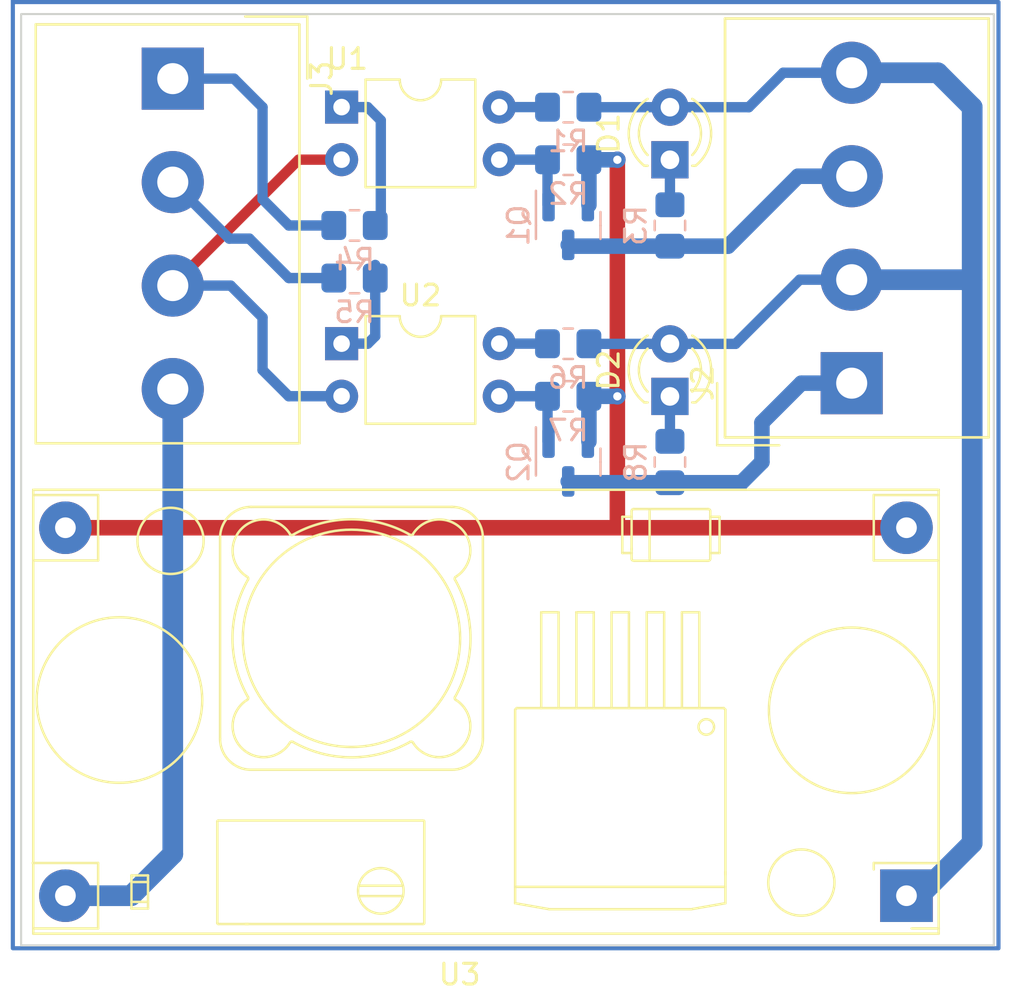
<source format=kicad_pcb>
(kicad_pcb (version 20221018) (generator pcbnew)
  (layers (0 "F.Cu" signal) (31 "B.Cu" signal) (34 "B.Paste" user) (35 "F.Paste" user) (36 "B.SilkS" user "B.Silkscreen") (37 "F.SilkS" user "F.Silkscreen") (38 "B.Mask" user) (39 "F.Mask" user) (44 "Edge.Cuts" user))
  (net 0 "")
  (net 1 "Net-(D1-K)")
  (net 2 "+24V")
  (net 3 "Net-(D2-K)")
  (net 4 "GND")
  (net 5 "Net-(Q1-G)")
  (net 6 "Net-(Q2-G)")
  (net 7 "Net-(R1-Pad1)")
  (net 8 "Net-(R4-Pad2)")
  (net 9 "Net-(R5-Pad2)")
  (net 10 "Net-(R6-Pad1)")
  (net 11 "Net-(J2-Pin_1)")
  (net 12 "Net-(J2-Pin_3)")
  (net 13 "Net-(J3-Pin_1)")
  (net 14 "Net-(J3-Pin_2)")
  (net 15 "+5V")
  (footprint "TerminalBlock_Altech:Altech_AK300_1x04_P5.00mm_45-Degree" (layer "F.Cu") (at 142.1325 76.835 90)
    (fp_text reference "J2" (at 0 -7.2 90) (layer "F.SilkS"))
    (fp_text value "Screw_Terminal_01x04")
    (fp_line (start -3 -6.5) (end 0 -6.5) (stroke (width 0.12)) (layer "F.SilkS"))
    (fp_line (start -3 -3.5) (end -3 -6.5) (stroke (width 0.12)) (layer "F.SilkS"))
    (fp_line (start -2.62 -6.12) (end -2.62 6.62) (stroke (width 0.12)) (layer "F.SilkS"))
    (fp_line (start -2.62 -6.12) (end -2.62 6.62) (stroke (width 0.12)) (layer "F.SilkS"))
    (fp_line (start -2.62 -6.12) (end 17.62 -6.12) (stroke (width 0.12)) (layer "F.SilkS"))
    (fp_line (start -2.62 -6.12) (end 17.62 -6.12) (stroke (width 0.12)) (layer "F.SilkS"))
    (fp_line (start -2.62 6.62) (end 17.62 6.62) (stroke (width 0.12)) (layer "F.SilkS"))
    (fp_line (start -2.62 6.62) (end 17.62 6.62) (stroke (width 0.12)) (layer "F.SilkS"))
    (fp_line (start 17.62 -6.12) (end 17.62 6.62) (stroke (width 0.12)) (layer "F.SilkS"))
    (fp_line (start 17.62 -6.12) (end 17.62 6.62) (stroke (width 0.12)) (layer "F.SilkS"))
    (pad "1" thru_hole rect (at 0 0 90) (size 3 3) (drill 1.5) (layers "*.Cu" "*.Mask") (net 11 "Net-(J2-Pin_1)"))
    (pad "2" thru_hole circle (at 5 0 90) (size 3 3) (drill 1.5) (layers "*.Cu" "*.Mask") (net 2 "+24V"))
    (pad "3" thru_hole circle (at 10 0 90) (size 3 3) (drill 1.5) (layers "*.Cu" "*.Mask") (net 12 "Net-(J2-Pin_3)"))
    (pad "4" thru_hole circle (at 15 0 90) (size 3 3) (drill 1.5) (layers "*.Cu" "*.Mask") (net 2 "+24V"))
  )
  (footprint "Package_DIP:DIP-4_W7.62mm" (layer "F.Cu") (at 117.485 74.925)
    (fp_text reference "U2" (at 3.81 -2.33) (layer "F.SilkS"))
    (fp_text value "PC817")
    (fp_line (start 1.16 -1.33) (end 1.16 3.87) (stroke (width 0.12)) (layer "F.SilkS"))
    (fp_line (start 1.16 3.87) (end 6.46 3.87) (stroke (width 0.12)) (layer "F.SilkS"))
    (fp_line (start 2.81 -1.33) (end 1.16 -1.33) (stroke (width 0.12)) (layer "F.SilkS"))
    (fp_line (start 6.46 -1.33) (end 4.81 -1.33) (stroke (width 0.12)) (layer "F.SilkS"))
    (fp_line (start 6.46 3.87) (end 6.46 -1.33) (stroke (width 0.12)) (layer "F.SilkS"))
    (fp_arc (start 4.81 -1.33) (mid 3.81 -0.33) (end 2.81 -1.33) (stroke (width 0.12)) (layer "F.SilkS"))
    (pad "1" thru_hole rect (at 0 0) (size 1.6 1.6) (drill 0.8) (layers "*.Cu" "*.Mask") (net 9 "Net-(R5-Pad2)"))
    (pad "2" thru_hole oval (at 0 2.54) (size 1.6 1.6) (drill 0.8) (layers "*.Cu" "*.Mask") (net 4 "GND"))
    (pad "3" thru_hole oval (at 7.62 2.54) (size 1.6 1.6) (drill 0.8) (layers "*.Cu" "*.Mask") (net 6 "Net-(Q2-G)"))
    (pad "4" thru_hole oval (at 7.62 0) (size 1.6 1.6) (drill 0.8) (layers "*.Cu" "*.Mask") (net 10 "Net-(R6-Pad1)"))
  )
  (footprint "lm2596-model-dc-dc:StepDown_LM2596" (layer "F.Cu") (at 144.78 101.6 180)
    (fp_text reference "U3" (at 21.59 -3.81) (layer "F.SilkS"))
    (fp_text value "YAAJ_DCDC_StepDown_LM2596")
    (fp_line (start -1.555 -1.835) (end -1.555 19.615) (stroke (width 0.12)) (layer "F.SilkS"))
    (fp_line (start -1.555 19.615) (end 42.195 19.615) (stroke (width 0.12)) (layer "F.SilkS"))
    (fp_line (start -1.55 -1.58) (end -0.25 -1.58) (stroke (width 0.12)) (layer "F.SilkS"))
    (fp_line (start -1.55 1.575) (end 1.58 1.58) (stroke (width 0.12)) (layer "F.SilkS"))
    (fp_line (start -1.55 16.2) (end 1.58 16.2) (stroke (width 0.12)) (layer "F.SilkS"))
    (fp_line (start -1.55 19.36) (end 1.58 19.36) (stroke (width 0.12)) (layer "F.SilkS"))
    (fp_line (start 1.58 1.27) (end 1.58 1.58) (stroke (width 0.12)) (layer "F.SilkS"))
    (fp_line (start 1.58 16.2) (end 1.58 19.36) (stroke (width 0.12)) (layer "F.SilkS"))
    (fp_line (start 8.749233 1.004149) (end 8.749233 1.165687) (stroke (width 0.12)) (layer "F.SilkS"))
    (fp_line (start 8.750233 -0.36239) (end 10.400233 -0.653329) (stroke (width 0.12)) (layer "F.SilkS"))
    (fp_line (start 8.750233 8.989106) (end 8.750233 -0.36239) (stroke (width 0.12)) (layer "F.SilkS"))
    (fp_line (start 8.750233 8.989106) (end 8.827797 9.06667) (stroke (width 0.12)) (layer "F.SilkS"))
    (fp_line (start 8.827797 9.06667) (end 18.83267 9.06667) (stroke (width 0.12)) (layer "F.SilkS"))
    (fp_line (start 9.031636 16.558217) (end 9.481636 16.558217) (stroke (width 0.12)) (layer "F.SilkS"))
    (fp_line (start 9.031636 18.308217) (end 9.031636 16.558217) (stroke (width 0.12)) (layer "F.SilkS"))
    (fp_line (start 9.481636 18.308217) (end 9.031636 18.308217) (stroke (width 0.12)) (layer "F.SilkS"))
    (fp_line (start 9.481636 18.583217) (end 9.481636 16.283217) (stroke (width 0.12)) (layer "F.SilkS"))
    (fp_line (start 9.581636 16.183217) (end 13.181636 16.183217) (stroke (width 0.12)) (layer "F.SilkS"))
    (fp_line (start 10.010233 13.69667) (end 10.010233 9.06667) (stroke (width 0.12)) (layer "F.SilkS"))
    (fp_line (start 10.010233 13.69667) (end 10.850233 13.69667) (stroke (width 0.12)) (layer "F.SilkS"))
    (fp_line (start 10.400233 -0.653329) (end 17.260233 -0.653329) (stroke (width 0.12)) (layer "F.SilkS"))
    (fp_line (start 10.850233 13.69667) (end 10.850233 9.06667) (stroke (width 0.12)) (layer "F.SilkS"))
    (fp_line (start 11.710233 13.69667) (end 11.710233 9.06667) (stroke (width 0.12)) (layer "F.SilkS"))
    (fp_line (start 11.710233 13.69667) (end 12.550233 13.69667) (stroke (width 0.12)) (layer "F.SilkS"))
    (fp_line (start 12.411358 16.283217) (end 12.411358 18.583217) (stroke (width 0.12)) (layer "F.SilkS"))
    (fp_line (start 12.550233 13.69667) (end 12.550233 9.06667) (stroke (width 0.12)) (layer "F.SilkS"))
    (fp_line (start 13.181636 18.683217) (end 9.581636 18.683217) (stroke (width 0.12)) (layer "F.SilkS"))
    (fp_line (start 13.281636 16.283217) (end 13.281636 18.583217) (stroke (width 0.12)) (layer "F.SilkS"))
    (fp_line (start 13.281636 16.558217) (end 13.731636 16.558217) (stroke (width 0.12)) (layer "F.SilkS"))
    (fp_line (start 13.282636 16.794696) (end 13.282636 16.700144) (stroke (width 0.12)) (layer "F.SilkS"))
    (fp_line (start 13.410233 13.69667) (end 13.410233 9.06667) (stroke (width 0.12)) (layer "F.SilkS"))
    (fp_line (start 13.410233 13.69667) (end 14.250233 13.69667) (stroke (width 0.12)) (layer "F.SilkS"))
    (fp_line (start 13.731636 16.558217) (end 13.731636 18.308217) (stroke (width 0.12)) (layer "F.SilkS"))
    (fp_line (start 13.731636 18.308217) (end 13.281636 18.308217) (stroke (width 0.12)) (layer "F.SilkS"))
    (fp_line (start 14.250233 13.69667) (end 14.250233 9.06667) (stroke (width 0.12)) (layer "F.SilkS"))
    (fp_line (start 15.110233 13.69667) (end 15.110233 9.06667) (stroke (width 0.12)) (layer "F.SilkS"))
    (fp_line (start 15.110233 13.69667) (end 15.950233 13.69667) (stroke (width 0.12)) (layer "F.SilkS"))
    (fp_line (start 15.950233 13.69667) (end 15.950233 9.06667) (stroke (width 0.12)) (layer "F.SilkS"))
    (fp_line (start 16.810233 13.69667) (end 16.810233 9.06667) (stroke (width 0.12)) (layer "F.SilkS"))
    (fp_line (start 16.810233 13.69667) (end 17.650233 13.69667) (stroke (width 0.12)) (layer "F.SilkS"))
    (fp_line (start 17.260233 -0.653329) (end 18.910233 -0.36239) (stroke (width 0.12)) (layer "F.SilkS"))
    (fp_line (start 17.650233 13.69667) (end 17.650233 9.06667) (stroke (width 0.12)) (layer "F.SilkS"))
    (fp_line (start 18.83267 9.06667) (end 18.910233 8.989106) (stroke (width 0.12)) (layer "F.SilkS"))
    (fp_line (start 18.910233 0.42667) (end 8.750233 0.42667) (stroke (width 0.12)) (layer "F.SilkS"))
    (fp_line (start 18.910233 8.989106) (end 18.910233 -0.36239) (stroke (width 0.12)) (layer "F.SilkS"))
    (fp_line (start 20.467397 7.585796) (end 20.467397 17.285796) (stroke (width 0.12)) (layer "F.SilkS"))
    (fp_line (start 21.967397 18.785796) (end 31.667397 18.785796) (stroke (width 0.12)) (layer "F.SilkS"))
    (fp_line (start 23.299783 3.582294) (end 23.299783 -1.317705) (stroke (width 0.12)) (layer "F.SilkS"))
    (fp_line (start 23.349783 -1.367705) (end 33.249783 -1.367705) (stroke (width 0.12)) (layer "F.SilkS"))
    (fp_line (start 24.336385 -0.0491) (end 24.360553 -0.017705) (stroke (width 0.12)) (layer "F.SilkS"))
    (fp_line (start 24.348594 0.007294) (end 24.324147 0.002062) (stroke (width 0.12)) (layer "F.SilkS"))
    (fp_line (start 24.348594 0.007294) (end 24.355764 -0.023925) (stroke (width 0.12)) (layer "F.SilkS"))
    (fp_line (start 24.348594 0.007294) (end 24.360553 -0.017705) (stroke (width 0.12)) (layer "F.SilkS"))
    (fp_line (start 24.360553 0.482294) (end 26.439014 0.482294) (stroke (width 0.12)) (layer "F.SilkS"))
    (fp_line (start 26.439014 -0.017705) (end 24.360553 -0.017705) (stroke (width 0.12)) (layer "F.SilkS"))
    (fp_line (start 31.667397 6.085796) (end 21.967397 6.085796) (stroke (width 0.12)) (layer "F.SilkS"))
    (fp_line (start 31.858978 -1.368705) (end 31.814106 -1.368705) (stroke (width 0.12)) (layer "F.SilkS"))
    (fp_line (start 31.942312 -1.368705) (end 31.908357 -1.368705) (stroke (width 0.12)) (layer "F.SilkS"))
    (fp_line (start 33.167397 17.285796) (end 33.167397 7.585796) (stroke (width 0.12)) (layer "F.SilkS"))
    (fp_line (start 33.249783 3.632294) (end 23.349783 3.632294) (stroke (width 0.12)) (layer "F.SilkS"))
    (fp_line (start 33.299783 -1.317705) (end 33.299783 3.582294) (stroke (width 0.12)) (layer "F.SilkS"))
    (fp_line (start 36.648681 -0.299704) (end 37.448681 -0.299704) (stroke (width 0.12)) (layer "F.SilkS"))
    (fp_line (start 36.648681 0.980295) (end 36.648681 -0.619704) (stroke (width 0.12)) (layer "F.SilkS"))
    (fp_line (start 37.448681 -0.619704) (end 36.648681 -0.619704) (stroke (width 0.12)) (layer "F.SilkS"))
    (fp_line (start 37.448681 -0.619704) (end 37.448681 0.980295) (stroke (width 0.12)) (layer "F.SilkS"))
    (fp_line (start 37.448681 0.660295) (end 36.648681 0.660295) (stroke (width 0.12)) (layer "F.SilkS"))
    (fp_line (start 37.448681 0.980295) (end 36.648681 0.980295) (stroke (width 0.12)) (layer "F.SilkS"))
    (fp_line (start 39.06 -1.58) (end 42.175 -1.58) (stroke (width 0.12)) (layer "F.SilkS"))
    (fp_line (start 39.06 1.58) (end 39.06 -1.58) (stroke (width 0.12)) (layer "F.SilkS"))
    (fp_line (start 39.06 1.58) (end 42.22 1.58) (stroke (width 0.12)) (layer "F.SilkS"))
    (fp_line (start 39.06 16.2) (end 42.175 16.2) (stroke (width 0.12)) (layer "F.SilkS"))
    (fp_line (start 39.06 19.36) (end 39.06 16.2) (stroke (width 0.12)) (layer "F.SilkS"))
    (fp_line (start 39.06 19.36) (end 42.175 19.36) (stroke (width 0.12)) (layer "F.SilkS"))
    (fp_line (start 42.195 -1.835) (end -1.555 -1.835) (stroke (width 0.12)) (layer "F.SilkS"))
    (fp_line (start 42.195 19.615) (end 42.195 -1.835) (stroke (width 0.12)) (layer "F.SilkS"))
    (fp_arc (start 9.481636 16.283217) (mid 9.510921 16.212508) (end 9.581636 16.183217) (stroke (width 0.12)) (layer "F.SilkS"))
    (fp_arc (start 9.581636 18.683217) (mid 9.510896 18.653941) (end 9.481636 18.583217) (stroke (width 0.12)) (layer "F.SilkS"))
    (fp_arc (start 13.181636 16.183217) (mid 13.252317 16.21252) (end 13.281636 16.283217) (stroke (width 0.12)) (layer "F.SilkS"))
    (fp_arc (start 13.281636 18.583217) (mid 13.252343 18.653929) (end 13.181636 18.683217) (stroke (width 0.12)) (layer "F.SilkS"))
    (fp_arc (start 20.467397 7.585796) (mid 20.906738 6.525137) (end 21.967397 6.085796) (stroke (width 0.12)) (layer "F.SilkS"))
    (fp_arc (start 21.781131 9.46601) (mid 21.825179 9.52623) (end 21.815218 9.600183) (stroke (width 0.12)) (layer "F.SilkS"))
    (fp_arc (start 21.781132 9.466011) (mid 21.514101 7.132501) (end 23.847611 7.399531) (stroke (width 0.12)) (layer "F.SilkS"))
    (fp_arc (start 21.815217 15.271409) (mid 21.825126 15.345337) (end 21.781132 15.405582) (stroke (width 0.12)) (layer "F.SilkS"))
    (fp_arc (start 21.815218 15.27141) (mid 21.067399 12.435797) (end 21.815218 9.600183) (stroke (width 0.12)) (layer "F.SilkS"))
    (fp_arc (start 21.967397 18.785796) (mid 20.90674 18.346455) (end 20.467397 17.285796) (stroke (width 0.12)) (layer "F.SilkS"))
    (fp_arc (start 23.299783 -1.317705) (mid 23.314428 -1.353063) (end 23.349783 -1.367705) (stroke (width 0.12)) (layer "F.SilkS"))
    (fp_arc (start 23.349783 3.632294) (mid 23.314441 3.617643) (end 23.299783 3.582294) (stroke (width 0.12)) (layer "F.SilkS"))
    (fp_arc (start 23.847611 17.472062) (mid 21.514153 17.739048) (end 21.781132 15.405582) (stroke (width 0.12)) (layer "F.SilkS"))
    (fp_arc (start 23.847611 17.472062) (mid 23.90785 17.428041) (end 23.981783 17.437976) (stroke (width 0.12)) (layer "F.SilkS"))
    (fp_arc (start 23.981783 7.433617) (mid 23.907854 7.443509) (end 23.847611 7.399531) (stroke (width 0.12)) (layer "F.SilkS"))
    (fp_arc (start 23.981784 7.433617) (mid 26.817398 6.685796) (end 29.653011 7.433617) (stroke (width 0.12)) (layer "F.SilkS"))
    (fp_arc (start 24.324148 0.462527) (mid 26.469639 -0.023582) (end 24.336385 0.51369) (stroke (width 0.12)) (layer "F.SilkS"))
    (fp_arc (start 29.653011 17.437976) (mid 26.817397 18.185797) (end 23.981783 17.437976) (stroke (width 0.12)) (layer "F.SilkS"))
    (fp_arc (start 29.653011 17.437976) (mid 29.726938 17.428069) (end 29.787183 17.472062) (stroke (width 0.12)) (layer "F.SilkS"))
    (fp_arc (start 29.787183 7.399531) (mid 29.726945 7.443551) (end 29.653011 7.433617) (stroke (width 0.12)) (layer "F.SilkS"))
    (fp_arc (start 29.787183 7.399531) (mid 32.120655 7.132547) (end 31.853662 9.466011) (stroke (width 0.12)) (layer "F.SilkS"))
    (fp_arc (start 31.667397 6.085796) (mid 32.728061 6.525135) (end 33.167397 7.585796) (stroke (width 0.12)) (layer "F.SilkS"))
    (fp_arc (start 31.819576 9.600183) (mid 32.567399 12.435797) (end 31.819576 15.27141) (stroke (width 0.12)) (layer "F.SilkS"))
    (fp_arc (start 31.819577 9.600184) (mid 31.809685 9.526255) (end 31.853662 9.466011) (stroke (width 0.12)) (layer "F.SilkS"))
    (fp_arc (start 31.853662 15.405582) (mid 32.120701 17.739101) (end 29.787183 17.472062) (stroke (width 0.12)) (layer "F.SilkS"))
    (fp_arc (start 31.853663 15.405583) (mid 31.809646 15.345344) (end 31.819576 15.27141) (stroke (width 0.12)) (layer "F.SilkS"))
    (fp_arc (start 33.167397 17.285796) (mid 32.728058 18.346458) (end 31.667397 18.785796) (stroke (width 0.12)) (layer "F.SilkS"))
    (fp_arc (start 33.249783 -1.367705) (mid 33.285151 -1.353067) (end 33.299783 -1.317705) (stroke (width 0.12)) (layer "F.SilkS"))
    (fp_arc (start 33.299783 3.582294) (mid 33.285139 3.617647) (end 33.249783 3.632294) (stroke (width 0.12)) (layer "F.SilkS"))
    (fp_circle (center 2.646666 8.957418) (end 6.646666 8.957418) (stroke (width 0.12)) (fill none) (layer "F.SilkS"))
    (fp_circle (center 5.08 0.635) (end 6.678999 0.635) (stroke (width 0.12)) (fill none) (layer "F.SilkS"))
    (fp_circle (center 9.673179 8.154594) (end 10.048179 8.154594) (stroke (width 0.12)) (fill none) (layer "F.SilkS"))
    (fp_circle (center 26.817397 12.435796) (end 32.067397 12.435796) (stroke (width 0.12)) (fill none) (layer "F.SilkS"))
    (fp_circle (center 35.56 17.145) (end 37.159 17.145) (stroke (width 0.12)) (fill none) (layer "F.SilkS"))
    (fp_circle (center 38.029307 9.455206) (end 42.029307 9.455206) (stroke (width 0.12)) (fill none) (layer "F.SilkS"))
    (pad "1" thru_hole rect (at 0 0 180) (size 2.54 2.54) (drill 1) (layers "*.Cu" "*.Mask") (net 2 "+24V"))
    (pad "2" thru_hole circle (at 0 17.78 180) (size 2.54 2.54) (drill 1) (layers "*.Cu" "*.Mask") (net 4 "GND"))
    (pad "3" thru_hole circle (at 40.64 17.78 180) (size 2.54 2.54) (drill 1) (layers "*.Cu" "*.Mask") (net 4 "GND"))
    (pad "4" thru_hole circle (at 40.64 0 180) (size 2.54 2.54) (drill 1) (layers "*.Cu" "*.Mask") (net 15 "+5V"))
  )
  (footprint "LED_THT:LED_D3.0mm" (layer "F.Cu") (at 133.35 77.475 90)
    (fp_text reference "D2" (at 1.27 -2.96 90) (layer "F.SilkS"))
    (fp_text value "LED")
    (fp_line (start -0.29 -1.236) (end -0.29 -1.08) (stroke (width 0.12)) (layer "F.SilkS"))
    (fp_line (start -0.29 1.08) (end -0.29 1.236) (stroke (width 0.12)) (layer "F.SilkS"))
    (fp_arc (start -0.29 -1.235516) (mid 1.366487 -1.987659) (end 2.942335 -1.078608) (stroke (width 0.12)) (layer "F.SilkS"))
    (fp_arc (start 0.229039 -1.08) (mid 1.270117 -1.5) (end 2.31113 -1.079837) (stroke (width 0.12)) (layer "F.SilkS"))
    (fp_arc (start 2.31113 1.079837) (mid 1.270117 1.5) (end 0.229039 1.08) (stroke (width 0.12)) (layer "F.SilkS"))
    (fp_arc (start 2.942335 1.078608) (mid 1.366487 1.987659) (end -0.29 1.235516) (stroke (width 0.12)) (layer "F.SilkS"))
    (pad "1" thru_hole rect (at 0 0 90) (size 1.8 1.8) (drill 0.9) (layers "*.Cu" "*.Mask") (net 3 "Net-(D2-K)"))
    (pad "2" thru_hole circle (at 2.54 0 90) (size 1.8 1.8) (drill 0.9) (layers "*.Cu" "*.Mask") (net 2 "+24V"))
  )
  (footprint "TerminalBlock_Altech:Altech_AK300_1x04_P5.00mm_45-Degree" (layer "F.Cu") (at 109.3275 62.12 -90)
    (fp_text reference "J3" (at 0 -7.2 90) (layer "F.SilkS"))
    (fp_text value "Screw_Terminal_01x04")
    (fp_line (start -3 -6.5) (end 0 -6.5) (stroke (width 0.12)) (layer "F.SilkS"))
    (fp_line (start -3 -3.5) (end -3 -6.5) (stroke (width 0.12)) (layer "F.SilkS"))
    (fp_line (start -2.62 -6.12) (end -2.62 6.62) (stroke (width 0.12)) (layer "F.SilkS"))
    (fp_line (start -2.62 -6.12) (end -2.62 6.62) (stroke (width 0.12)) (layer "F.SilkS"))
    (fp_line (start -2.62 -6.12) (end 17.62 -6.12) (stroke (width 0.12)) (layer "F.SilkS"))
    (fp_line (start -2.62 -6.12) (end 17.62 -6.12) (stroke (width 0.12)) (layer "F.SilkS"))
    (fp_line (start -2.62 6.62) (end 17.62 6.62) (stroke (width 0.12)) (layer "F.SilkS"))
    (fp_line (start -2.62 6.62) (end 17.62 6.62) (stroke (width 0.12)) (layer "F.SilkS"))
    (fp_line (start 17.62 -6.12) (end 17.62 6.62) (stroke (width 0.12)) (layer "F.SilkS"))
    (fp_line (start 17.62 -6.12) (end 17.62 6.62) (stroke (width 0.12)) (layer "F.SilkS"))
    (pad "1" thru_hole rect (at 0 0 270) (size 3 3) (drill 1.5) (layers "*.Cu" "*.Mask") (net 13 "Net-(J3-Pin_1)"))
    (pad "2" thru_hole circle (at 5 0 270) (size 3 3) (drill 1.5) (layers "*.Cu" "*.Mask") (net 14 "Net-(J3-Pin_2)"))
    (pad "3" thru_hole circle (at 10 0 270) (size 3 3) (drill 1.5) (layers "*.Cu" "*.Mask") (net 4 "GND"))
    (pad "4" thru_hole circle (at 15 0 270) (size 3 3) (drill 1.5) (layers "*.Cu" "*.Mask") (net 15 "+5V"))
  )
  (footprint "Package_DIP:DIP-4_W7.62mm" (layer "F.Cu") (at 117.485 63.495)
    (fp_text reference "U1" (at 0.27 -2.33) (layer "F.SilkS"))
    (fp_text value "PC817")
    (fp_line (start 1.16 -1.33) (end 1.16 3.87) (stroke (width 0.12)) (layer "F.SilkS"))
    (fp_line (start 1.16 3.87) (end 6.46 3.87) (stroke (width 0.12)) (layer "F.SilkS"))
    (fp_line (start 2.81 -1.33) (end 1.16 -1.33) (stroke (width 0.12)) (layer "F.SilkS"))
    (fp_line (start 6.46 -1.33) (end 4.81 -1.33) (stroke (width 0.12)) (layer "F.SilkS"))
    (fp_line (start 6.46 3.87) (end 6.46 -1.33) (stroke (width 0.12)) (layer "F.SilkS"))
    (fp_arc (start 4.81 -1.33) (mid 3.81 -0.33) (end 2.81 -1.33) (stroke (width 0.12)) (layer "F.SilkS"))
    (pad "1" thru_hole rect (at 0 0) (size 1.6 1.6) (drill 0.8) (layers "*.Cu" "*.Mask") (net 8 "Net-(R4-Pad2)"))
    (pad "2" thru_hole oval (at 0 2.54) (size 1.6 1.6) (drill 0.8) (layers "*.Cu" "*.Mask") (net 4 "GND"))
    (pad "3" thru_hole oval (at 7.62 2.54) (size 1.6 1.6) (drill 0.8) (layers "*.Cu" "*.Mask") (net 5 "Net-(Q1-G)"))
    (pad "4" thru_hole oval (at 7.62 0) (size 1.6 1.6) (drill 0.8) (layers "*.Cu" "*.Mask") (net 7 "Net-(R1-Pad1)"))
  )
  (footprint "LED_THT:LED_D3.0mm" (layer "F.Cu") (at 133.35 66.04 90)
    (fp_text reference "D1" (at 1.27 -2.96 90) (layer "F.SilkS"))
    (fp_text value "LED")
    (fp_line (start -0.29 -1.236) (end -0.29 -1.08) (stroke (width 0.12)) (layer "F.SilkS"))
    (fp_line (start -0.29 1.08) (end -0.29 1.236) (stroke (width 0.12)) (layer "F.SilkS"))
    (fp_arc (start -0.29 -1.235516) (mid 1.366487 -1.987659) (end 2.942335 -1.078608) (stroke (width 0.12)) (layer "F.SilkS"))
    (fp_arc (start 0.229039 -1.08) (mid 1.270117 -1.5) (end 2.31113 -1.079837) (stroke (width 0.12)) (layer "F.SilkS"))
    (fp_arc (start 2.31113 1.079837) (mid 1.270117 1.5) (end 0.229039 1.08) (stroke (width 0.12)) (layer "F.SilkS"))
    (fp_arc (start 2.942335 1.078608) (mid 1.366487 1.987659) (end -0.29 1.235516) (stroke (width 0.12)) (layer "F.SilkS"))
    (pad "1" thru_hole rect (at 0 0 90) (size 1.8 1.8) (drill 0.9) (layers "*.Cu" "*.Mask") (net 1 "Net-(D1-K)"))
    (pad "2" thru_hole circle (at 2.54 0 90) (size 1.8 1.8) (drill 0.9) (layers "*.Cu" "*.Mask") (net 2 "+24V"))
  )
  (footprint "Resistor_SMD:R_0805_2012Metric_Pad1.20x1.40mm_HandSolder" (layer "B.Cu") (at 118.11 71.755)
    (fp_text reference "R5" (at 0 1.65) (layer "B.SilkS") (effects (justify mirror)))
    (fp_text value "200")
    (fp_line (start -0.227064 -0.735) (end 0.227064 -0.735) (stroke (width 0.12)) (layer "B.SilkS"))
    (fp_line (start -0.227064 0.735) (end 0.227064 0.735) (stroke (width 0.12)) (layer "B.SilkS"))
    (pad "1" smd roundrect (at -1 0) (size 1.2 1.4) (layers "B.Cu" "B.Paste" "B.Mask") (roundrect_rratio 0.2083333333) (net 14 "Net-(J3-Pin_2)"))
    (pad "2" smd roundrect (at 1 0) (size 1.2 1.4) (layers "B.Cu" "B.Paste" "B.Mask") (roundrect_rratio 0.2083333333) (net 9 "Net-(R5-Pad2)"))
  )
  (footprint "Resistor_SMD:R_0805_2012Metric_Pad1.20x1.40mm_HandSolder" (layer "B.Cu") (at 133.35 69.215 -90)
    (fp_text reference "R3" (at 0 1.65 90) (layer "B.SilkS") (effects (justify mirror)))
    (fp_text value "6K")
    (fp_line (start -0.227064 -0.735) (end 0.227064 -0.735) (stroke (width 0.12)) (layer "B.SilkS"))
    (fp_line (start -0.227064 0.735) (end 0.227064 0.735) (stroke (width 0.12)) (layer "B.SilkS"))
    (pad "1" smd roundrect (at -1 0 270) (size 1.2 1.4) (layers "B.Cu" "B.Paste" "B.Mask") (roundrect_rratio 0.2083333333) (net 1 "Net-(D1-K)"))
    (pad "2" smd roundrect (at 1 0 270) (size 1.2 1.4) (layers "B.Cu" "B.Paste" "B.Mask") (roundrect_rratio 0.2083333333) (net 12 "Net-(J2-Pin_3)"))
  )
  (footprint "Resistor_SMD:R_0805_2012Metric_Pad1.20x1.40mm_HandSolder" (layer "B.Cu") (at 128.435 63.5)
    (fp_text reference "R1" (at 0 1.65) (layer "B.SilkS") (effects (justify mirror)))
    (fp_text value "472")
    (fp_line (start -0.227064 -0.735) (end 0.227064 -0.735) (stroke (width 0.12)) (layer "B.SilkS"))
    (fp_line (start -0.227064 0.735) (end 0.227064 0.735) (stroke (width 0.12)) (layer "B.SilkS"))
    (pad "1" smd roundrect (at -1 0) (size 1.2 1.4) (layers "B.Cu" "B.Paste" "B.Mask") (roundrect_rratio 0.2083333333) (net 7 "Net-(R1-Pad1)"))
    (pad "2" smd roundrect (at 1 0) (size 1.2 1.4) (layers "B.Cu" "B.Paste" "B.Mask") (roundrect_rratio 0.2083333333) (net 2 "+24V"))
  )
  (footprint "Resistor_SMD:R_0805_2012Metric_Pad1.20x1.40mm_HandSolder" (layer "B.Cu") (at 128.435 66.04)
    (fp_text reference "R2" (at 0 1.65) (layer "B.SilkS") (effects (justify mirror)))
    (fp_text value "10K")
    (fp_line (start -0.227064 -0.735) (end 0.227064 -0.735) (stroke (width 0.12)) (layer "B.SilkS"))
    (fp_line (start -0.227064 0.735) (end 0.227064 0.735) (stroke (width 0.12)) (layer "B.SilkS"))
    (pad "1" smd roundrect (at -1 0) (size 1.2 1.4) (layers "B.Cu" "B.Paste" "B.Mask") (roundrect_rratio 0.2083333333) (net 5 "Net-(Q1-G)"))
    (pad "2" smd roundrect (at 1 0) (size 1.2 1.4) (layers "B.Cu" "B.Paste" "B.Mask") (roundrect_rratio 0.2083333333) (net 4 "GND"))
  )
  (footprint "Resistor_SMD:R_0805_2012Metric_Pad1.20x1.40mm_HandSolder" (layer "B.Cu") (at 128.435 74.93)
    (fp_text reference "R6" (at 0 1.65) (layer "B.SilkS") (effects (justify mirror)))
    (fp_text value "472")
    (fp_line (start -0.227064 -0.735) (end 0.227064 -0.735) (stroke (width 0.12)) (layer "B.SilkS"))
    (fp_line (start -0.227064 0.735) (end 0.227064 0.735) (stroke (width 0.12)) (layer "B.SilkS"))
    (pad "1" smd roundrect (at -1 0) (size 1.2 1.4) (layers "B.Cu" "B.Paste" "B.Mask") (roundrect_rratio 0.2083333333) (net 10 "Net-(R6-Pad1)"))
    (pad "2" smd roundrect (at 1 0) (size 1.2 1.4) (layers "B.Cu" "B.Paste" "B.Mask") (roundrect_rratio 0.2083333333) (net 2 "+24V"))
  )
  (footprint "Resistor_SMD:R_0805_2012Metric_Pad1.20x1.40mm_HandSolder" (layer "B.Cu") (at 128.435 77.47)
    (fp_text reference "R7" (at 0 1.65) (layer "B.SilkS") (effects (justify mirror)))
    (fp_text value "10K")
    (fp_line (start -0.227064 -0.735) (end 0.227064 -0.735) (stroke (width 0.12)) (layer "B.SilkS"))
    (fp_line (start -0.227064 0.735) (end 0.227064 0.735) (stroke (width 0.12)) (layer "B.SilkS"))
    (pad "1" smd roundrect (at -1 0) (size 1.2 1.4) (layers "B.Cu" "B.Paste" "B.Mask") (roundrect_rratio 0.2083333333) (net 6 "Net-(Q2-G)"))
    (pad "2" smd roundrect (at 1 0) (size 1.2 1.4) (layers "B.Cu" "B.Paste" "B.Mask") (roundrect_rratio 0.2083333333) (net 4 "GND"))
  )
  (footprint "Resistor_SMD:R_0805_2012Metric_Pad1.20x1.40mm_HandSolder" (layer "B.Cu") (at 118.11 69.215)
    (fp_text reference "R4" (at 0 1.65) (layer "B.SilkS") (effects (justify mirror)))
    (fp_text value "200")
    (fp_line (start -0.227064 -0.735) (end 0.227064 -0.735) (stroke (width 0.12)) (layer "B.SilkS"))
    (fp_line (start -0.227064 0.735) (end 0.227064 0.735) (stroke (width 0.12)) (layer "B.SilkS"))
    (pad "1" smd roundrect (at -1 0) (size 1.2 1.4) (layers "B.Cu" "B.Paste" "B.Mask") (roundrect_rratio 0.2083333333) (net 13 "Net-(J3-Pin_1)"))
    (pad "2" smd roundrect (at 1 0) (size 1.2 1.4) (layers "B.Cu" "B.Paste" "B.Mask") (roundrect_rratio 0.2083333333) (net 8 "Net-(R4-Pad2)"))
  )
  (footprint "Package_TO_SOT_SMD:SOT-23" (layer "B.Cu") (at 128.435 80.645 -90)
    (fp_text reference "Q2" (at 0 2.4 90) (layer "B.SilkS") (effects (justify mirror)))
    (fp_text value "IRLML2060")
    (fp_line (start 0 -1.56) (end -0.65 -1.56) (stroke (width 0.12)) (layer "B.SilkS"))
    (fp_line (start 0 -1.56) (end 0.65 -1.56) (stroke (width 0.12)) (layer "B.SilkS"))
    (fp_line (start 0 1.56) (end -1.675 1.56) (stroke (width 0.12)) (layer "B.SilkS"))
    (fp_line (start 0 1.56) (end 0.65 1.56) (stroke (width 0.12)) (layer "B.SilkS"))
    (pad "1" smd roundrect (at -0.9375 0.95 270) (size 1.475 0.6) (layers "B.Cu" "B.Paste" "B.Mask") (net 6 "Net-(Q2-G)"))
    (pad "2" smd roundrect (at -0.9375 -0.95 270) (size 1.475 0.6) (layers "B.Cu" "B.Paste" "B.Mask") (net 4 "GND"))
    (pad "3" smd roundrect (at 0.9375 0 270) (size 1.475 0.6) (layers "B.Cu" "B.Paste" "B.Mask") (net 11 "Net-(J2-Pin_1)"))
  )
  (footprint "Resistor_SMD:R_0805_2012Metric_Pad1.20x1.40mm_HandSolder" (layer "B.Cu") (at 133.35 80.645 -90)
    (fp_text reference "R8" (at 0 1.65 90) (layer "B.SilkS") (effects (justify mirror)))
    (fp_text value "6K")
    (fp_line (start -0.227064 -0.735) (end 0.227064 -0.735) (stroke (width 0.12)) (layer "B.SilkS"))
    (fp_line (start -0.227064 0.735) (end 0.227064 0.735) (stroke (width 0.12)) (layer "B.SilkS"))
    (pad "1" smd roundrect (at -1 0 270) (size 1.2 1.4) (layers "B.Cu" "B.Paste" "B.Mask") (roundrect_rratio 0.2083333333) (net 3 "Net-(D2-K)"))
    (pad "2" smd roundrect (at 1 0 270) (size 1.2 1.4) (layers "B.Cu" "B.Paste" "B.Mask") (roundrect_rratio 0.2083333333) (net 11 "Net-(J2-Pin_1)"))
  )
  (footprint "Package_TO_SOT_SMD:SOT-23" (layer "B.Cu") (at 128.435 69.215 -90)
    (fp_text reference "Q1" (at 0 2.4 90) (layer "B.SilkS") (effects (justify mirror)))
    (fp_text value "IRLML2060")
    (fp_line (start 0 -1.56) (end -0.65 -1.56) (stroke (width 0.12)) (layer "B.SilkS"))
    (fp_line (start 0 -1.56) (end 0.65 -1.56) (stroke (width 0.12)) (layer "B.SilkS"))
    (fp_line (start 0 1.56) (end -1.675 1.56) (stroke (width 0.12)) (layer "B.SilkS"))
    (fp_line (start 0 1.56) (end 0.65 1.56) (stroke (width 0.12)) (layer "B.SilkS"))
    (pad "1" smd roundrect (at -0.9375 0.95 270) (size 1.475 0.6) (layers "B.Cu" "B.Paste" "B.Mask") (net 5 "Net-(Q1-G)"))
    (pad "2" smd roundrect (at -0.9375 -0.95 270) (size 1.475 0.6) (layers "B.Cu" "B.Paste" "B.Mask") (net 4 "GND"))
    (pad "3" smd roundrect (at 0.9375 0 270) (size 1.475 0.6) (layers "B.Cu" "B.Paste" "B.Mask") (net 12 "Net-(J2-Pin_3)"))
  )
  (gr_rect (start 101.6 58.42) (end 149.225 104.14) (stroke (width 0.2)) (fill none) (layer "B.Cu"))
  (gr_rect (start 102 59) (end 149 104) (stroke (width 0.1)) (fill none) (layer "Edge.Cuts"))
  (segment (start 133.35 68.215) (end 133.35 66.04) (width 0.5) (layer "B.Cu") (net 1))
  (segment (start 129.435 74.93) (end 129.44 74.935) (width 0.25) (layer "B.Cu") (net 2))
  (segment (start 137.16 63.5) (end 133.35 63.5) (width 0.5) (layer "B.Cu") (net 2))
  (segment (start 142.1325 61.835) (end 146.29 61.835) (width 1) (layer "B.Cu") (net 2))
  (segment (start 138.825 61.835) (end 137.16 63.5) (width 0.5) (layer "B.Cu") (net 2))
  (segment (start 145.415 101.6) (end 144.78 101.6) (width 1) (layer "B.Cu") (net 2))
  (segment (start 147.955 71.835) (end 142.1325 71.835) (width 1) (layer "B.Cu") (net 2))
  (segment (start 146.29 61.835) (end 147.955 63.5) (width 1) (layer "B.Cu") (net 2))
  (segment (start 133.35 74.935) (end 136.52 74.935) (width 0.5) (layer "B.Cu") (net 2))
  (segment (start 139.62 71.835) (end 142.1325 71.835) (width 0.5) (layer "B.Cu") (net 2))
  (segment (start 136.52 74.935) (end 139.62 71.835) (width 0.5) (layer "B.Cu") (net 2))
  (segment (start 129.435 63.5) (end 133.35 63.5) (width 0.5) (layer "B.Cu") (net 2))
  (segment (start 147.955 99.06) (end 145.415 101.6) (width 1) (layer "B.Cu") (net 2))
  (segment (start 142.1325 61.835) (end 138.825 61.835) (width 0.5) (layer "B.Cu") (net 2))
  (segment (start 147.955 63.5) (end 147.955 99.06) (width 1) (layer "B.Cu") (net 2))
  (segment (start 129.44 74.935) (end 133.35 74.935) (width 0.5) (layer "B.Cu") (net 2))
  (segment (start 133.35 79.645) (end 133.35 77.475) (width 0.5) (layer "B.Cu") (net 3))
  (segment (start 109.3275 72.12) (end 115.4125 66.035) (width 0.5) (layer "F.Cu") (net 4))
  (segment (start 130.81 74.93) (end 130.81 83.82) (width 0.75) (layer "F.Cu") (net 4))
  (segment (start 144.78 83.82) (end 130.81 83.82) (width 0.75) (layer "F.Cu") (net 4))
  (segment (start 130.81 66.04) (end 130.81 77.47) (width 0.75) (layer "F.Cu") (net 4))
  (segment (start 115.4125 66.035) (end 117.485 66.035) (width 0.5) (layer "F.Cu") (net 4))
  (segment (start 130.81 83.82) (end 104.14 83.82) (width 0.75) (layer "F.Cu") (net 4))
  (via (at 130.81 77.47) (size 0.8) (drill 0.4) (layers "F.Cu" "B.Cu") (net 4))
  (via (at 130.81 66.04) (size 0.8) (drill 0.4) (layers "F.Cu" "B.Cu") (net 4))
  (segment (start 113.665 73.66) (end 112.125 72.12) (width 0.5) (layer "B.Cu") (net 4))
  (segment (start 129.435 68.2275) (end 129.385 68.2775) (width 0.25) (layer "B.Cu") (net 4))
  (segment (start 129.435 77.47) (end 129.435 79.6575) (width 0.75) (layer "B.Cu") (net 4))
  (segment (start 129.435 66.04) (end 130.81 66.04) (width 0.75) (layer "B.Cu") (net 4))
  (segment (start 114.93 77.465) (end 113.665 76.2) (width 0.5) (layer "B.Cu") (net 4))
  (segment (start 129.435 66.04) (end 129.435 68.2275) (width 0.75) (layer "B.Cu") (net 4))
  (segment (start 129.54 66.145) (end 129.435 66.04) (width 0.25) (layer "B.Cu") (net 4))
  (segment (start 112.125 72.12) (end 109.3275 72.12) (width 0.5) (layer "B.Cu") (net 4))
  (segment (start 117.485 77.465) (end 114.93 77.465) (width 0.5) (layer "B.Cu") (net 4))
  (segment (start 113.665 76.2) (end 113.665 73.66) (width 0.5) (layer "B.Cu") (net 4))
  (segment (start 129.435 79.6575) (end 129.385 79.7075) (width 0.25) (layer "B.Cu") (net 4))
  (segment (start 129.27 79.6575) (end 129.22 79.7075) (width 0.25) (layer "B.Cu") (net 4))
  (segment (start 129.435 77.47) (end 130.81 77.47) (width 0.75) (layer "B.Cu") (net 4))
  (segment (start 129.235 68.2775) (end 129.54 67.9725) (width 0.25) (layer "B.Cu") (net 4))
  (segment (start 129.235 66.24) (end 129.435 66.04) (width 0.25) (layer "B.Cu") (net 4))
  (segment (start 127.435 68.1775) (end 127.335 68.2775) (width 0.25) (layer "B.Cu") (net 5))
  (segment (start 127.435 68.2275) (end 127.485 68.2775) (width 0.25) (layer "B.Cu") (net 5))
  (segment (start 127.435 66.04) (end 127.435 68.2275) (width 0.5) (layer "B.Cu") (net 5))
  (segment (start 127.43 66.035) (end 127.435 66.04) (width 0.25) (layer "B.Cu") (net 5))
  (segment (start 125.105 66.035) (end 127.43 66.035) (width 0.5) (layer "B.Cu") (net 5))
  (segment (start 127.265 77.465) (end 127.27 77.47) (width 0.25) (layer "B.Cu") (net 6))
  (segment (start 127.435 79.6575) (end 127.485 79.7075) (width 0.25) (layer "B.Cu") (net 6))
  (segment (start 125.105 77.465) (end 127.265 77.465) (width 0.5) (layer "B.Cu") (net 6))
  (segment (start 127.435 77.47) (end 127.435 79.6575) (width 0.5) (layer "B.Cu") (net 6))
  (segment (start 127.43 63.495) (end 127.435 63.5) (width 0.25) (layer "B.Cu") (net 7))
  (segment (start 125.105 63.495) (end 127.43 63.495) (width 0.5) (layer "B.Cu") (net 7))
  (segment (start 119.38 68.945) (end 119.11 69.215) (width 0.25) (layer "B.Cu") (net 8))
  (segment (start 117.485 63.495) (end 118.74 63.495) (width 0.5) (layer "B.Cu") (net 8))
  (segment (start 118.74 63.495) (end 119.38 64.135) (width 0.5) (layer "B.Cu") (net 8))
  (segment (start 119.38 64.135) (end 119.38 68.945) (width 0.5) (layer "B.Cu") (net 8))
  (segment (start 119.11 71.12) (end 119.11 74.565) (width 0.5) (layer "B.Cu") (net 9))
  (segment (start 119.11 74.565) (end 118.745 74.93) (width 0.5) (layer "B.Cu") (net 9))
  (segment (start 118.745 74.93) (end 118.74 74.925) (width 0.25) (layer "B.Cu") (net 9))
  (segment (start 118.74 74.925) (end 117.485 74.925) (width 0.5) (layer "B.Cu") (net 9))
  (segment (start 125.105 74.925) (end 127.265 74.925) (width 0.5) (layer "B.Cu") (net 10))
  (segment (start 127.265 74.925) (end 127.27 74.93) (width 0.25) (layer "B.Cu") (net 10))
  (segment (start 137.795 80.645) (end 136.795 81.645) (width 0.75) (layer "B.Cu") (net 11))
  (segment (start 133.35 81.645) (end 128.4975 81.645) (width 0.75) (layer "B.Cu") (net 11))
  (segment (start 136.795 81.645) (end 133.35 81.645) (width 0.75) (layer "B.Cu") (net 11))
  (segment (start 139.7 76.835) (end 137.795 78.74) (width 0.75) (layer "B.Cu") (net 11))
  (segment (start 137.795 78.74) (end 137.795 80.645) (width 0.75) (layer "B.Cu") (net 11))
  (segment (start 142.1325 76.835) (end 139.7 76.835) (width 0.75) (layer "B.Cu") (net 11))
  (segment (start 128.4975 81.645) (end 128.435 81.5825) (width 0.75) (layer "B.Cu") (net 11))
  (segment (start 133.35 70.215) (end 128.4975 70.215) (width 0.75) (layer "B.Cu") (net 12))
  (segment (start 136.16 70.215) (end 139.54 66.835) (width 0.75) (layer "B.Cu") (net 12))
  (segment (start 133.35 70.215) (end 136.16 70.215) (width 0.75) (layer "B.Cu") (net 12))
  (segment (start 128.4975 70.215) (end 128.435 70.1525) (width 0.75) (layer "B.Cu") (net 12))
  (segment (start 139.54 66.835) (end 142.1325 66.835) (width 0.75) (layer "B.Cu") (net 12))
  (segment (start 113.665 63.5) (end 113.665 67.945) (width 0.5) (layer "B.Cu") (net 13))
  (segment (start 112.285 62.12) (end 113.665 63.5) (width 0.5) (layer "B.Cu") (net 13))
  (segment (start 113.665 67.945) (end 114.935 69.215) (width 0.5) (layer "B.Cu") (net 13))
  (segment (start 114.935 69.215) (end 117.11 69.215) (width 0.5) (layer "B.Cu") (net 13))
  (segment (start 109.3275 62.12) (end 112.285 62.12) (width 0.5) (layer "B.Cu") (net 13))
  (segment (start 113.03 69.85) (end 114.935 71.755) (width 0.5) (layer "B.Cu") (net 14))
  (segment (start 114.935 71.755) (end 117.11 71.755) (width 0.5) (layer "B.Cu") (net 14))
  (segment (start 109.3275 67.12) (end 112.0575 69.85) (width 0.5) (layer "B.Cu") (net 14))
  (segment (start 112.0575 69.85) (end 113.03 69.85) (width 0.5) (layer "B.Cu") (net 14))
  (segment (start 104.14 101.6) (end 107.315 101.6) (width 1) (layer "B.Cu") (net 15))
  (segment (start 109.3275 99.5875) (end 109.3275 77.12) (width 1) (layer "B.Cu") (net 15))
  (segment (start 107.315 101.6) (end 109.3275 99.5875) (width 1) (layer "B.Cu") (net 15))
)
</source>
